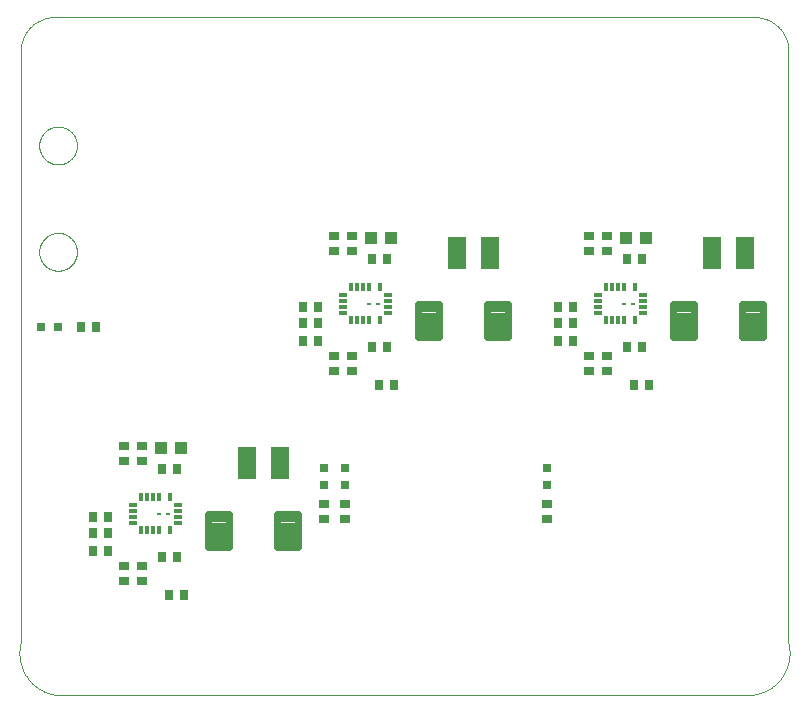
<source format=gtp>
G75*
%MOIN*%
%OFA0B0*%
%FSLAX25Y25*%
%IPPOS*%
%LPD*%
%AMOC8*
5,1,8,0,0,1.08239X$1,22.5*
%
%ADD10C,0.00100*%
%ADD11R,0.02756X0.03543*%
%ADD12R,0.06299X0.10630*%
%ADD13R,0.03543X0.02756*%
%ADD14R,0.04331X0.03937*%
%ADD15C,0.02375*%
%ADD16R,0.01181X0.02953*%
%ADD17R,0.02953X0.01181*%
%ADD18R,0.01772X0.01063*%
%ADD19C,0.00000*%
%ADD20R,0.03150X0.03150*%
D10*
X0038731Y0035000D02*
X0270731Y0035000D01*
X0271073Y0035045D01*
X0271413Y0035098D01*
X0271752Y0035160D01*
X0272090Y0035230D01*
X0272425Y0035309D01*
X0272759Y0035395D01*
X0273091Y0035490D01*
X0273420Y0035593D01*
X0273746Y0035704D01*
X0274070Y0035823D01*
X0274390Y0035949D01*
X0274708Y0036084D01*
X0275022Y0036226D01*
X0275332Y0036376D01*
X0275639Y0036534D01*
X0275941Y0036698D01*
X0276240Y0036871D01*
X0276534Y0037050D01*
X0276824Y0037237D01*
X0277109Y0037431D01*
X0277390Y0037632D01*
X0277665Y0037839D01*
X0277935Y0038053D01*
X0278200Y0038274D01*
X0278459Y0038501D01*
X0278713Y0038735D01*
X0278961Y0038974D01*
X0279203Y0039220D01*
X0279438Y0039471D01*
X0279668Y0039728D01*
X0279891Y0039991D01*
X0280108Y0040259D01*
X0280318Y0040532D01*
X0280522Y0040811D01*
X0280718Y0041094D01*
X0280908Y0041382D01*
X0281090Y0041674D01*
X0281265Y0041971D01*
X0281433Y0042272D01*
X0281593Y0042578D01*
X0281746Y0042887D01*
X0281891Y0043199D01*
X0282029Y0043515D01*
X0282159Y0043835D01*
X0282281Y0044157D01*
X0282395Y0044483D01*
X0282501Y0044811D01*
X0282599Y0045141D01*
X0282688Y0045474D01*
X0282770Y0045809D01*
X0282843Y0046146D01*
X0282908Y0046484D01*
X0282965Y0046824D01*
X0283014Y0047166D01*
X0283054Y0047508D01*
X0283085Y0047851D01*
X0283109Y0048195D01*
X0283123Y0048540D01*
X0283130Y0048884D01*
X0283128Y0049229D01*
X0283117Y0049574D01*
X0283098Y0049918D01*
X0283071Y0050261D01*
X0283035Y0050604D01*
X0282991Y0050946D01*
X0282938Y0051287D01*
X0282877Y0051626D01*
X0282808Y0051964D01*
X0282731Y0052300D01*
X0282731Y0248900D01*
X0282745Y0249176D01*
X0282753Y0249453D01*
X0282753Y0249729D01*
X0282747Y0250006D01*
X0282735Y0250282D01*
X0282715Y0250558D01*
X0282689Y0250834D01*
X0282656Y0251109D01*
X0282616Y0251382D01*
X0282569Y0251655D01*
X0282516Y0251927D01*
X0282457Y0252197D01*
X0282390Y0252466D01*
X0282317Y0252733D01*
X0282238Y0252998D01*
X0282152Y0253261D01*
X0282060Y0253521D01*
X0281961Y0253780D01*
X0281856Y0254036D01*
X0281745Y0254289D01*
X0281627Y0254540D01*
X0281504Y0254787D01*
X0281374Y0255032D01*
X0281239Y0255273D01*
X0281097Y0255511D01*
X0280950Y0255745D01*
X0280797Y0255976D01*
X0280639Y0256203D01*
X0280475Y0256426D01*
X0280305Y0256645D01*
X0280131Y0256859D01*
X0279951Y0257069D01*
X0279766Y0257275D01*
X0279576Y0257476D01*
X0279381Y0257673D01*
X0279182Y0257865D01*
X0278977Y0258051D01*
X0278769Y0258233D01*
X0278555Y0258409D01*
X0278338Y0258581D01*
X0278117Y0258746D01*
X0277891Y0258907D01*
X0277662Y0259062D01*
X0277429Y0259211D01*
X0277192Y0259354D01*
X0276952Y0259491D01*
X0276708Y0259623D01*
X0276462Y0259749D01*
X0276212Y0259868D01*
X0275960Y0259982D01*
X0275705Y0260089D01*
X0275447Y0260190D01*
X0275187Y0260284D01*
X0274925Y0260372D01*
X0274660Y0260454D01*
X0274394Y0260529D01*
X0274126Y0260598D01*
X0273856Y0260660D01*
X0273585Y0260715D01*
X0273313Y0260764D01*
X0273039Y0260806D01*
X0272765Y0260841D01*
X0272490Y0260870D01*
X0272214Y0260892D01*
X0271938Y0260907D01*
X0271661Y0260915D01*
X0271384Y0260917D01*
X0271108Y0260912D01*
X0270831Y0260900D01*
X0038831Y0260900D01*
X0038830Y0260900D02*
X0038554Y0260914D01*
X0038277Y0260922D01*
X0038001Y0260922D01*
X0037724Y0260916D01*
X0037448Y0260904D01*
X0037172Y0260884D01*
X0036896Y0260858D01*
X0036621Y0260825D01*
X0036348Y0260785D01*
X0036075Y0260738D01*
X0035803Y0260685D01*
X0035533Y0260626D01*
X0035264Y0260559D01*
X0034997Y0260486D01*
X0034732Y0260407D01*
X0034469Y0260321D01*
X0034209Y0260229D01*
X0033950Y0260130D01*
X0033694Y0260025D01*
X0033441Y0259914D01*
X0033190Y0259796D01*
X0032943Y0259673D01*
X0032698Y0259543D01*
X0032457Y0259408D01*
X0032219Y0259266D01*
X0031985Y0259119D01*
X0031754Y0258966D01*
X0031527Y0258808D01*
X0031304Y0258644D01*
X0031085Y0258474D01*
X0030871Y0258300D01*
X0030661Y0258120D01*
X0030455Y0257935D01*
X0030254Y0257745D01*
X0030057Y0257550D01*
X0029865Y0257351D01*
X0029679Y0257146D01*
X0029497Y0256938D01*
X0029321Y0256724D01*
X0029149Y0256507D01*
X0028984Y0256286D01*
X0028823Y0256060D01*
X0028668Y0255831D01*
X0028519Y0255598D01*
X0028376Y0255361D01*
X0028239Y0255121D01*
X0028107Y0254877D01*
X0027981Y0254631D01*
X0027862Y0254381D01*
X0027748Y0254129D01*
X0027641Y0253874D01*
X0027540Y0253616D01*
X0027446Y0253356D01*
X0027358Y0253094D01*
X0027276Y0252829D01*
X0027201Y0252563D01*
X0027132Y0252295D01*
X0027070Y0252025D01*
X0027015Y0251754D01*
X0026966Y0251482D01*
X0026924Y0251208D01*
X0026889Y0250934D01*
X0026860Y0250659D01*
X0026838Y0250383D01*
X0026823Y0250107D01*
X0026815Y0249830D01*
X0026813Y0249553D01*
X0026818Y0249277D01*
X0026830Y0249000D01*
X0026831Y0249000D02*
X0026831Y0052400D01*
X0026751Y0052064D01*
X0026680Y0051727D01*
X0026617Y0051387D01*
X0026562Y0051047D01*
X0026515Y0050705D01*
X0026477Y0050362D01*
X0026447Y0050018D01*
X0026426Y0049673D01*
X0026413Y0049328D01*
X0026409Y0048983D01*
X0026413Y0048638D01*
X0026426Y0048293D01*
X0026447Y0047949D01*
X0026476Y0047605D01*
X0026514Y0047262D01*
X0026560Y0046920D01*
X0026615Y0046579D01*
X0026678Y0046239D01*
X0026749Y0045902D01*
X0026828Y0045566D01*
X0026916Y0045232D01*
X0027012Y0044900D01*
X0027116Y0044571D01*
X0027228Y0044245D01*
X0027348Y0043921D01*
X0027476Y0043601D01*
X0027611Y0043283D01*
X0027755Y0042969D01*
X0027906Y0042659D01*
X0028064Y0042352D01*
X0028230Y0042050D01*
X0028404Y0041751D01*
X0028584Y0041457D01*
X0028772Y0041168D01*
X0028967Y0040883D01*
X0029169Y0040603D01*
X0029377Y0040328D01*
X0029592Y0040058D01*
X0029814Y0039793D01*
X0030042Y0039534D01*
X0030277Y0039281D01*
X0030518Y0039034D01*
X0030764Y0038792D01*
X0031017Y0038557D01*
X0031275Y0038328D01*
X0031538Y0038105D01*
X0031807Y0037889D01*
X0032082Y0037679D01*
X0032361Y0037476D01*
X0032645Y0037280D01*
X0032934Y0037092D01*
X0033227Y0036910D01*
X0033525Y0036735D01*
X0033827Y0036568D01*
X0034133Y0036409D01*
X0034443Y0036256D01*
X0034756Y0036112D01*
X0035073Y0035975D01*
X0035393Y0035846D01*
X0035717Y0035725D01*
X0036043Y0035612D01*
X0036372Y0035507D01*
X0036703Y0035410D01*
X0037036Y0035321D01*
X0037372Y0035240D01*
X0037709Y0035168D01*
X0038048Y0035104D01*
X0038389Y0035048D01*
X0038731Y0035000D01*
D11*
X0076272Y0068400D03*
X0081390Y0068400D03*
X0078890Y0080900D03*
X0073772Y0080900D03*
X0055890Y0082900D03*
X0050772Y0082900D03*
X0050772Y0088900D03*
X0055890Y0088900D03*
X0055890Y0094400D03*
X0050772Y0094400D03*
X0073772Y0110400D03*
X0078890Y0110400D03*
X0120772Y0152900D03*
X0125890Y0152900D03*
X0125890Y0158900D03*
X0120772Y0158900D03*
X0120772Y0164400D03*
X0125890Y0164400D03*
X0143772Y0150900D03*
X0148890Y0150900D03*
X0151390Y0138400D03*
X0146272Y0138400D03*
X0143772Y0180400D03*
X0148890Y0180400D03*
X0205772Y0164400D03*
X0210890Y0164400D03*
X0210890Y0158900D03*
X0205772Y0158900D03*
X0205772Y0152900D03*
X0210890Y0152900D03*
X0228772Y0150900D03*
X0233890Y0150900D03*
X0236390Y0138400D03*
X0231272Y0138400D03*
X0228772Y0180400D03*
X0233890Y0180400D03*
X0051890Y0157700D03*
X0046772Y0157700D03*
D12*
X0102319Y0112400D03*
X0113343Y0112400D03*
X0172319Y0182400D03*
X0183343Y0182400D03*
X0257319Y0182400D03*
X0268343Y0182400D03*
D13*
X0222331Y0182841D03*
X0222331Y0187959D03*
X0216331Y0187959D03*
X0216331Y0182841D03*
X0216331Y0147959D03*
X0216331Y0142841D03*
X0222331Y0142841D03*
X0222331Y0147959D03*
X0202131Y0098759D03*
X0202131Y0093641D03*
X0134831Y0093641D03*
X0134831Y0098759D03*
X0128031Y0098759D03*
X0128031Y0093641D03*
X0067331Y0077959D03*
X0067331Y0072841D03*
X0061331Y0072841D03*
X0061331Y0077959D03*
X0061331Y0112841D03*
X0061331Y0117959D03*
X0067331Y0117959D03*
X0067331Y0112841D03*
X0131331Y0142841D03*
X0137331Y0142841D03*
X0137331Y0147959D03*
X0131331Y0147959D03*
X0131331Y0182841D03*
X0137331Y0182841D03*
X0137331Y0187959D03*
X0131331Y0187959D03*
D14*
X0143484Y0187400D03*
X0150177Y0187400D03*
X0228484Y0187400D03*
X0235177Y0187400D03*
X0080177Y0117400D03*
X0073484Y0117400D03*
D15*
X0089268Y0095463D02*
X0089268Y0084337D01*
X0089268Y0095463D02*
X0096394Y0095463D01*
X0096394Y0084337D01*
X0089268Y0084337D01*
X0089268Y0086711D02*
X0096394Y0086711D01*
X0096394Y0089085D02*
X0089268Y0089085D01*
X0089268Y0091459D02*
X0096394Y0091459D01*
X0096394Y0093833D02*
X0089268Y0093833D01*
X0112268Y0095463D02*
X0112268Y0084337D01*
X0112268Y0095463D02*
X0119394Y0095463D01*
X0119394Y0084337D01*
X0112268Y0084337D01*
X0112268Y0086711D02*
X0119394Y0086711D01*
X0119394Y0089085D02*
X0112268Y0089085D01*
X0112268Y0091459D02*
X0119394Y0091459D01*
X0119394Y0093833D02*
X0112268Y0093833D01*
X0159268Y0154337D02*
X0159268Y0165463D01*
X0166394Y0165463D01*
X0166394Y0154337D01*
X0159268Y0154337D01*
X0159268Y0156711D02*
X0166394Y0156711D01*
X0166394Y0159085D02*
X0159268Y0159085D01*
X0159268Y0161459D02*
X0166394Y0161459D01*
X0166394Y0163833D02*
X0159268Y0163833D01*
X0182268Y0165463D02*
X0182268Y0154337D01*
X0182268Y0165463D02*
X0189394Y0165463D01*
X0189394Y0154337D01*
X0182268Y0154337D01*
X0182268Y0156711D02*
X0189394Y0156711D01*
X0189394Y0159085D02*
X0182268Y0159085D01*
X0182268Y0161459D02*
X0189394Y0161459D01*
X0189394Y0163833D02*
X0182268Y0163833D01*
X0244268Y0165463D02*
X0244268Y0154337D01*
X0244268Y0165463D02*
X0251394Y0165463D01*
X0251394Y0154337D01*
X0244268Y0154337D01*
X0244268Y0156711D02*
X0251394Y0156711D01*
X0251394Y0159085D02*
X0244268Y0159085D01*
X0244268Y0161459D02*
X0251394Y0161459D01*
X0251394Y0163833D02*
X0244268Y0163833D01*
X0267268Y0165463D02*
X0267268Y0154337D01*
X0267268Y0165463D02*
X0274394Y0165463D01*
X0274394Y0154337D01*
X0267268Y0154337D01*
X0267268Y0156711D02*
X0274394Y0156711D01*
X0274394Y0159085D02*
X0267268Y0159085D01*
X0267268Y0161459D02*
X0274394Y0161459D01*
X0274394Y0163833D02*
X0267268Y0163833D01*
D16*
X0231752Y0159888D03*
X0227815Y0159888D03*
X0225846Y0159888D03*
X0223878Y0159888D03*
X0221909Y0159888D03*
X0221909Y0170912D03*
X0223878Y0170912D03*
X0225846Y0170912D03*
X0227815Y0170912D03*
X0231752Y0170912D03*
X0146752Y0170912D03*
X0142815Y0170912D03*
X0140846Y0170912D03*
X0138878Y0170912D03*
X0136909Y0170912D03*
X0136909Y0159888D03*
X0138878Y0159888D03*
X0140846Y0159888D03*
X0142815Y0159888D03*
X0146752Y0159888D03*
X0076752Y0100912D03*
X0072815Y0100912D03*
X0070846Y0100912D03*
X0068878Y0100912D03*
X0066909Y0100912D03*
X0066909Y0089888D03*
X0068878Y0089888D03*
X0070846Y0089888D03*
X0072815Y0089888D03*
X0076752Y0089888D03*
D17*
X0079311Y0092447D03*
X0079311Y0094416D03*
X0079311Y0096384D03*
X0079311Y0098353D03*
X0064350Y0098353D03*
X0064350Y0096384D03*
X0064350Y0094416D03*
X0064350Y0092447D03*
X0134350Y0162447D03*
X0134350Y0164416D03*
X0134350Y0166384D03*
X0134350Y0168353D03*
X0149311Y0168353D03*
X0149311Y0166384D03*
X0149311Y0164416D03*
X0149311Y0162447D03*
X0219350Y0162447D03*
X0219350Y0164416D03*
X0219350Y0166384D03*
X0219350Y0168353D03*
X0234311Y0168353D03*
X0234311Y0166384D03*
X0234311Y0164416D03*
X0234311Y0162447D03*
D18*
X0231063Y0165400D03*
X0228031Y0165400D03*
X0146063Y0165400D03*
X0143031Y0165400D03*
X0076063Y0095400D03*
X0073031Y0095400D03*
D19*
X0032996Y0182683D02*
X0032998Y0182841D01*
X0033004Y0182999D01*
X0033014Y0183157D01*
X0033028Y0183315D01*
X0033046Y0183472D01*
X0033067Y0183629D01*
X0033093Y0183785D01*
X0033123Y0183941D01*
X0033156Y0184096D01*
X0033194Y0184249D01*
X0033235Y0184402D01*
X0033280Y0184554D01*
X0033329Y0184705D01*
X0033382Y0184854D01*
X0033438Y0185002D01*
X0033498Y0185148D01*
X0033562Y0185293D01*
X0033630Y0185436D01*
X0033701Y0185578D01*
X0033775Y0185718D01*
X0033853Y0185855D01*
X0033935Y0185991D01*
X0034019Y0186125D01*
X0034108Y0186256D01*
X0034199Y0186385D01*
X0034294Y0186512D01*
X0034391Y0186637D01*
X0034492Y0186759D01*
X0034596Y0186878D01*
X0034703Y0186995D01*
X0034813Y0187109D01*
X0034926Y0187220D01*
X0035041Y0187329D01*
X0035159Y0187434D01*
X0035280Y0187536D01*
X0035403Y0187636D01*
X0035529Y0187732D01*
X0035657Y0187825D01*
X0035787Y0187915D01*
X0035920Y0188001D01*
X0036055Y0188085D01*
X0036191Y0188164D01*
X0036330Y0188241D01*
X0036471Y0188313D01*
X0036613Y0188383D01*
X0036757Y0188448D01*
X0036903Y0188510D01*
X0037050Y0188568D01*
X0037199Y0188623D01*
X0037349Y0188674D01*
X0037500Y0188721D01*
X0037652Y0188764D01*
X0037805Y0188803D01*
X0037960Y0188839D01*
X0038115Y0188870D01*
X0038271Y0188898D01*
X0038427Y0188922D01*
X0038584Y0188942D01*
X0038742Y0188958D01*
X0038899Y0188970D01*
X0039058Y0188978D01*
X0039216Y0188982D01*
X0039374Y0188982D01*
X0039532Y0188978D01*
X0039691Y0188970D01*
X0039848Y0188958D01*
X0040006Y0188942D01*
X0040163Y0188922D01*
X0040319Y0188898D01*
X0040475Y0188870D01*
X0040630Y0188839D01*
X0040785Y0188803D01*
X0040938Y0188764D01*
X0041090Y0188721D01*
X0041241Y0188674D01*
X0041391Y0188623D01*
X0041540Y0188568D01*
X0041687Y0188510D01*
X0041833Y0188448D01*
X0041977Y0188383D01*
X0042119Y0188313D01*
X0042260Y0188241D01*
X0042399Y0188164D01*
X0042535Y0188085D01*
X0042670Y0188001D01*
X0042803Y0187915D01*
X0042933Y0187825D01*
X0043061Y0187732D01*
X0043187Y0187636D01*
X0043310Y0187536D01*
X0043431Y0187434D01*
X0043549Y0187329D01*
X0043664Y0187220D01*
X0043777Y0187109D01*
X0043887Y0186995D01*
X0043994Y0186878D01*
X0044098Y0186759D01*
X0044199Y0186637D01*
X0044296Y0186512D01*
X0044391Y0186385D01*
X0044482Y0186256D01*
X0044571Y0186125D01*
X0044655Y0185991D01*
X0044737Y0185855D01*
X0044815Y0185718D01*
X0044889Y0185578D01*
X0044960Y0185436D01*
X0045028Y0185293D01*
X0045092Y0185148D01*
X0045152Y0185002D01*
X0045208Y0184854D01*
X0045261Y0184705D01*
X0045310Y0184554D01*
X0045355Y0184402D01*
X0045396Y0184249D01*
X0045434Y0184096D01*
X0045467Y0183941D01*
X0045497Y0183785D01*
X0045523Y0183629D01*
X0045544Y0183472D01*
X0045562Y0183315D01*
X0045576Y0183157D01*
X0045586Y0182999D01*
X0045592Y0182841D01*
X0045594Y0182683D01*
X0045592Y0182525D01*
X0045586Y0182367D01*
X0045576Y0182209D01*
X0045562Y0182051D01*
X0045544Y0181894D01*
X0045523Y0181737D01*
X0045497Y0181581D01*
X0045467Y0181425D01*
X0045434Y0181270D01*
X0045396Y0181117D01*
X0045355Y0180964D01*
X0045310Y0180812D01*
X0045261Y0180661D01*
X0045208Y0180512D01*
X0045152Y0180364D01*
X0045092Y0180218D01*
X0045028Y0180073D01*
X0044960Y0179930D01*
X0044889Y0179788D01*
X0044815Y0179648D01*
X0044737Y0179511D01*
X0044655Y0179375D01*
X0044571Y0179241D01*
X0044482Y0179110D01*
X0044391Y0178981D01*
X0044296Y0178854D01*
X0044199Y0178729D01*
X0044098Y0178607D01*
X0043994Y0178488D01*
X0043887Y0178371D01*
X0043777Y0178257D01*
X0043664Y0178146D01*
X0043549Y0178037D01*
X0043431Y0177932D01*
X0043310Y0177830D01*
X0043187Y0177730D01*
X0043061Y0177634D01*
X0042933Y0177541D01*
X0042803Y0177451D01*
X0042670Y0177365D01*
X0042535Y0177281D01*
X0042399Y0177202D01*
X0042260Y0177125D01*
X0042119Y0177053D01*
X0041977Y0176983D01*
X0041833Y0176918D01*
X0041687Y0176856D01*
X0041540Y0176798D01*
X0041391Y0176743D01*
X0041241Y0176692D01*
X0041090Y0176645D01*
X0040938Y0176602D01*
X0040785Y0176563D01*
X0040630Y0176527D01*
X0040475Y0176496D01*
X0040319Y0176468D01*
X0040163Y0176444D01*
X0040006Y0176424D01*
X0039848Y0176408D01*
X0039691Y0176396D01*
X0039532Y0176388D01*
X0039374Y0176384D01*
X0039216Y0176384D01*
X0039058Y0176388D01*
X0038899Y0176396D01*
X0038742Y0176408D01*
X0038584Y0176424D01*
X0038427Y0176444D01*
X0038271Y0176468D01*
X0038115Y0176496D01*
X0037960Y0176527D01*
X0037805Y0176563D01*
X0037652Y0176602D01*
X0037500Y0176645D01*
X0037349Y0176692D01*
X0037199Y0176743D01*
X0037050Y0176798D01*
X0036903Y0176856D01*
X0036757Y0176918D01*
X0036613Y0176983D01*
X0036471Y0177053D01*
X0036330Y0177125D01*
X0036191Y0177202D01*
X0036055Y0177281D01*
X0035920Y0177365D01*
X0035787Y0177451D01*
X0035657Y0177541D01*
X0035529Y0177634D01*
X0035403Y0177730D01*
X0035280Y0177830D01*
X0035159Y0177932D01*
X0035041Y0178037D01*
X0034926Y0178146D01*
X0034813Y0178257D01*
X0034703Y0178371D01*
X0034596Y0178488D01*
X0034492Y0178607D01*
X0034391Y0178729D01*
X0034294Y0178854D01*
X0034199Y0178981D01*
X0034108Y0179110D01*
X0034019Y0179241D01*
X0033935Y0179375D01*
X0033853Y0179511D01*
X0033775Y0179648D01*
X0033701Y0179788D01*
X0033630Y0179930D01*
X0033562Y0180073D01*
X0033498Y0180218D01*
X0033438Y0180364D01*
X0033382Y0180512D01*
X0033329Y0180661D01*
X0033280Y0180812D01*
X0033235Y0180964D01*
X0033194Y0181117D01*
X0033156Y0181270D01*
X0033123Y0181425D01*
X0033093Y0181581D01*
X0033067Y0181737D01*
X0033046Y0181894D01*
X0033028Y0182051D01*
X0033014Y0182209D01*
X0033004Y0182367D01*
X0032998Y0182525D01*
X0032996Y0182683D01*
X0032996Y0218117D02*
X0032998Y0218275D01*
X0033004Y0218433D01*
X0033014Y0218591D01*
X0033028Y0218749D01*
X0033046Y0218906D01*
X0033067Y0219063D01*
X0033093Y0219219D01*
X0033123Y0219375D01*
X0033156Y0219530D01*
X0033194Y0219683D01*
X0033235Y0219836D01*
X0033280Y0219988D01*
X0033329Y0220139D01*
X0033382Y0220288D01*
X0033438Y0220436D01*
X0033498Y0220582D01*
X0033562Y0220727D01*
X0033630Y0220870D01*
X0033701Y0221012D01*
X0033775Y0221152D01*
X0033853Y0221289D01*
X0033935Y0221425D01*
X0034019Y0221559D01*
X0034108Y0221690D01*
X0034199Y0221819D01*
X0034294Y0221946D01*
X0034391Y0222071D01*
X0034492Y0222193D01*
X0034596Y0222312D01*
X0034703Y0222429D01*
X0034813Y0222543D01*
X0034926Y0222654D01*
X0035041Y0222763D01*
X0035159Y0222868D01*
X0035280Y0222970D01*
X0035403Y0223070D01*
X0035529Y0223166D01*
X0035657Y0223259D01*
X0035787Y0223349D01*
X0035920Y0223435D01*
X0036055Y0223519D01*
X0036191Y0223598D01*
X0036330Y0223675D01*
X0036471Y0223747D01*
X0036613Y0223817D01*
X0036757Y0223882D01*
X0036903Y0223944D01*
X0037050Y0224002D01*
X0037199Y0224057D01*
X0037349Y0224108D01*
X0037500Y0224155D01*
X0037652Y0224198D01*
X0037805Y0224237D01*
X0037960Y0224273D01*
X0038115Y0224304D01*
X0038271Y0224332D01*
X0038427Y0224356D01*
X0038584Y0224376D01*
X0038742Y0224392D01*
X0038899Y0224404D01*
X0039058Y0224412D01*
X0039216Y0224416D01*
X0039374Y0224416D01*
X0039532Y0224412D01*
X0039691Y0224404D01*
X0039848Y0224392D01*
X0040006Y0224376D01*
X0040163Y0224356D01*
X0040319Y0224332D01*
X0040475Y0224304D01*
X0040630Y0224273D01*
X0040785Y0224237D01*
X0040938Y0224198D01*
X0041090Y0224155D01*
X0041241Y0224108D01*
X0041391Y0224057D01*
X0041540Y0224002D01*
X0041687Y0223944D01*
X0041833Y0223882D01*
X0041977Y0223817D01*
X0042119Y0223747D01*
X0042260Y0223675D01*
X0042399Y0223598D01*
X0042535Y0223519D01*
X0042670Y0223435D01*
X0042803Y0223349D01*
X0042933Y0223259D01*
X0043061Y0223166D01*
X0043187Y0223070D01*
X0043310Y0222970D01*
X0043431Y0222868D01*
X0043549Y0222763D01*
X0043664Y0222654D01*
X0043777Y0222543D01*
X0043887Y0222429D01*
X0043994Y0222312D01*
X0044098Y0222193D01*
X0044199Y0222071D01*
X0044296Y0221946D01*
X0044391Y0221819D01*
X0044482Y0221690D01*
X0044571Y0221559D01*
X0044655Y0221425D01*
X0044737Y0221289D01*
X0044815Y0221152D01*
X0044889Y0221012D01*
X0044960Y0220870D01*
X0045028Y0220727D01*
X0045092Y0220582D01*
X0045152Y0220436D01*
X0045208Y0220288D01*
X0045261Y0220139D01*
X0045310Y0219988D01*
X0045355Y0219836D01*
X0045396Y0219683D01*
X0045434Y0219530D01*
X0045467Y0219375D01*
X0045497Y0219219D01*
X0045523Y0219063D01*
X0045544Y0218906D01*
X0045562Y0218749D01*
X0045576Y0218591D01*
X0045586Y0218433D01*
X0045592Y0218275D01*
X0045594Y0218117D01*
X0045592Y0217959D01*
X0045586Y0217801D01*
X0045576Y0217643D01*
X0045562Y0217485D01*
X0045544Y0217328D01*
X0045523Y0217171D01*
X0045497Y0217015D01*
X0045467Y0216859D01*
X0045434Y0216704D01*
X0045396Y0216551D01*
X0045355Y0216398D01*
X0045310Y0216246D01*
X0045261Y0216095D01*
X0045208Y0215946D01*
X0045152Y0215798D01*
X0045092Y0215652D01*
X0045028Y0215507D01*
X0044960Y0215364D01*
X0044889Y0215222D01*
X0044815Y0215082D01*
X0044737Y0214945D01*
X0044655Y0214809D01*
X0044571Y0214675D01*
X0044482Y0214544D01*
X0044391Y0214415D01*
X0044296Y0214288D01*
X0044199Y0214163D01*
X0044098Y0214041D01*
X0043994Y0213922D01*
X0043887Y0213805D01*
X0043777Y0213691D01*
X0043664Y0213580D01*
X0043549Y0213471D01*
X0043431Y0213366D01*
X0043310Y0213264D01*
X0043187Y0213164D01*
X0043061Y0213068D01*
X0042933Y0212975D01*
X0042803Y0212885D01*
X0042670Y0212799D01*
X0042535Y0212715D01*
X0042399Y0212636D01*
X0042260Y0212559D01*
X0042119Y0212487D01*
X0041977Y0212417D01*
X0041833Y0212352D01*
X0041687Y0212290D01*
X0041540Y0212232D01*
X0041391Y0212177D01*
X0041241Y0212126D01*
X0041090Y0212079D01*
X0040938Y0212036D01*
X0040785Y0211997D01*
X0040630Y0211961D01*
X0040475Y0211930D01*
X0040319Y0211902D01*
X0040163Y0211878D01*
X0040006Y0211858D01*
X0039848Y0211842D01*
X0039691Y0211830D01*
X0039532Y0211822D01*
X0039374Y0211818D01*
X0039216Y0211818D01*
X0039058Y0211822D01*
X0038899Y0211830D01*
X0038742Y0211842D01*
X0038584Y0211858D01*
X0038427Y0211878D01*
X0038271Y0211902D01*
X0038115Y0211930D01*
X0037960Y0211961D01*
X0037805Y0211997D01*
X0037652Y0212036D01*
X0037500Y0212079D01*
X0037349Y0212126D01*
X0037199Y0212177D01*
X0037050Y0212232D01*
X0036903Y0212290D01*
X0036757Y0212352D01*
X0036613Y0212417D01*
X0036471Y0212487D01*
X0036330Y0212559D01*
X0036191Y0212636D01*
X0036055Y0212715D01*
X0035920Y0212799D01*
X0035787Y0212885D01*
X0035657Y0212975D01*
X0035529Y0213068D01*
X0035403Y0213164D01*
X0035280Y0213264D01*
X0035159Y0213366D01*
X0035041Y0213471D01*
X0034926Y0213580D01*
X0034813Y0213691D01*
X0034703Y0213805D01*
X0034596Y0213922D01*
X0034492Y0214041D01*
X0034391Y0214163D01*
X0034294Y0214288D01*
X0034199Y0214415D01*
X0034108Y0214544D01*
X0034019Y0214675D01*
X0033935Y0214809D01*
X0033853Y0214945D01*
X0033775Y0215082D01*
X0033701Y0215222D01*
X0033630Y0215364D01*
X0033562Y0215507D01*
X0033498Y0215652D01*
X0033438Y0215798D01*
X0033382Y0215946D01*
X0033329Y0216095D01*
X0033280Y0216246D01*
X0033235Y0216398D01*
X0033194Y0216551D01*
X0033156Y0216704D01*
X0033123Y0216859D01*
X0033093Y0217015D01*
X0033067Y0217171D01*
X0033046Y0217328D01*
X0033028Y0217485D01*
X0033014Y0217643D01*
X0033004Y0217801D01*
X0032998Y0217959D01*
X0032996Y0218117D01*
D20*
X0033478Y0157600D03*
X0039383Y0157600D03*
X0128031Y0110753D03*
X0128031Y0104847D03*
X0134831Y0104847D03*
X0134831Y0110753D03*
X0202131Y0110753D03*
X0202131Y0104847D03*
M02*

</source>
